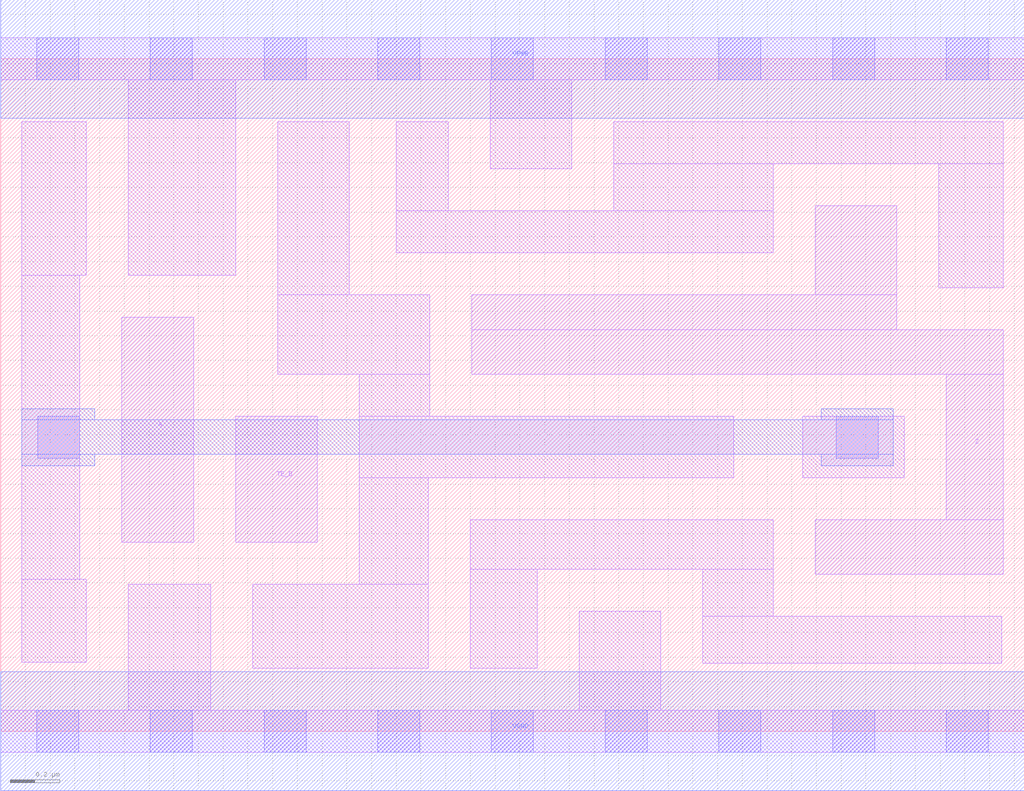
<source format=lef>
# Copyright 2020 The SkyWater PDK Authors
#
# Licensed under the Apache License, Version 2.0 (the "License");
# you may not use this file except in compliance with the License.
# You may obtain a copy of the License at
#
#     https://www.apache.org/licenses/LICENSE-2.0
#
# Unless required by applicable law or agreed to in writing, software
# distributed under the License is distributed on an "AS IS" BASIS,
# WITHOUT WARRANTIES OR CONDITIONS OF ANY KIND, either express or implied.
# See the License for the specific language governing permissions and
# limitations under the License.
#
# SPDX-License-Identifier: Apache-2.0

VERSION 5.7 ;
  NAMESCASESENSITIVE ON ;
  NOWIREEXTENSIONATPIN ON ;
  DIVIDERCHAR "/" ;
  BUSBITCHARS "[]" ;
UNITS
  DATABASE MICRONS 200 ;
END UNITS
MACRO sky130_fd_sc_hd__ebufn_2
  CLASS CORE ;
  SOURCE USER ;
  FOREIGN sky130_fd_sc_hd__ebufn_2 ;
  ORIGIN  0.000000  0.000000 ;
  SIZE  4.140000 BY  2.720000 ;
  SYMMETRY X Y R90 ;
  SITE unithd ;
  PIN A
    ANTENNAGATEAREA  0.159000 ;
    DIRECTION INPUT ;
    USE SIGNAL ;
    PORT
      LAYER li1 ;
        RECT 0.490000 0.765000 0.780000 1.675000 ;
    END
  END A
  PIN TE_B
    ANTENNAGATEAREA  0.441000 ;
    DIRECTION INPUT ;
    USE SIGNAL ;
    PORT
      LAYER li1 ;
        RECT 0.950000 0.765000 1.280000 1.275000 ;
    END
  END TE_B
  PIN Z
    ANTENNADIFFAREA  0.445500 ;
    DIRECTION OUTPUT ;
    USE SIGNAL ;
    PORT
      LAYER li1 ;
        RECT 1.905000 1.445000 4.055000 1.625000 ;
        RECT 1.905000 1.625000 3.625000 1.765000 ;
        RECT 3.295000 0.635000 4.055000 0.855000 ;
        RECT 3.295000 1.765000 3.625000 2.125000 ;
        RECT 3.825000 0.855000 4.055000 1.445000 ;
    END
  END Z
  PIN VGND
    DIRECTION INOUT ;
    SHAPE ABUTMENT ;
    USE GROUND ;
    PORT
      LAYER met1 ;
        RECT 0.000000 -0.240000 4.140000 0.240000 ;
    END
  END VGND
  PIN VPWR
    DIRECTION INOUT ;
    SHAPE ABUTMENT ;
    USE POWER ;
    PORT
      LAYER met1 ;
        RECT 0.000000 2.480000 4.140000 2.960000 ;
    END
  END VPWR
  OBS
    LAYER li1 ;
      RECT 0.000000 -0.085000 4.140000 0.085000 ;
      RECT 0.000000  2.635000 4.140000 2.805000 ;
      RECT 0.085000  0.280000 0.345000 0.615000 ;
      RECT 0.085000  0.615000 0.320000 1.845000 ;
      RECT 0.085000  1.845000 0.345000 2.465000 ;
      RECT 0.515000  0.085000 0.850000 0.595000 ;
      RECT 0.515000  1.845000 0.950000 2.635000 ;
      RECT 1.020000  0.255000 1.730000 0.595000 ;
      RECT 1.120000  1.445000 1.735000 1.765000 ;
      RECT 1.120000  1.765000 1.410000 2.465000 ;
      RECT 1.450000  0.595000 1.730000 1.025000 ;
      RECT 1.450000  1.025000 2.965000 1.275000 ;
      RECT 1.450000  1.275000 1.735000 1.445000 ;
      RECT 1.600000  1.935000 3.125000 2.105000 ;
      RECT 1.600000  2.105000 1.810000 2.465000 ;
      RECT 1.900000  0.255000 2.170000 0.655000 ;
      RECT 1.900000  0.655000 3.125000 0.855000 ;
      RECT 1.980000  2.275000 2.310000 2.635000 ;
      RECT 2.340000  0.085000 2.670000 0.485000 ;
      RECT 2.480000  2.105000 3.125000 2.295000 ;
      RECT 2.480000  2.295000 4.055000 2.465000 ;
      RECT 2.840000  0.275000 4.050000 0.465000 ;
      RECT 2.840000  0.465000 3.125000 0.655000 ;
      RECT 3.245000  1.025000 3.655000 1.275000 ;
      RECT 3.795000  1.795000 4.055000 2.295000 ;
    LAYER mcon ;
      RECT 0.145000 -0.085000 0.315000 0.085000 ;
      RECT 0.145000  2.635000 0.315000 2.805000 ;
      RECT 0.150000  1.105000 0.320000 1.275000 ;
      RECT 0.605000 -0.085000 0.775000 0.085000 ;
      RECT 0.605000  2.635000 0.775000 2.805000 ;
      RECT 1.065000 -0.085000 1.235000 0.085000 ;
      RECT 1.065000  2.635000 1.235000 2.805000 ;
      RECT 1.525000 -0.085000 1.695000 0.085000 ;
      RECT 1.525000  2.635000 1.695000 2.805000 ;
      RECT 1.985000 -0.085000 2.155000 0.085000 ;
      RECT 1.985000  2.635000 2.155000 2.805000 ;
      RECT 2.445000 -0.085000 2.615000 0.085000 ;
      RECT 2.445000  2.635000 2.615000 2.805000 ;
      RECT 2.905000 -0.085000 3.075000 0.085000 ;
      RECT 2.905000  2.635000 3.075000 2.805000 ;
      RECT 3.365000 -0.085000 3.535000 0.085000 ;
      RECT 3.365000  2.635000 3.535000 2.805000 ;
      RECT 3.380000  1.105000 3.550000 1.275000 ;
      RECT 3.825000 -0.085000 3.995000 0.085000 ;
      RECT 3.825000  2.635000 3.995000 2.805000 ;
    LAYER met1 ;
      RECT 0.085000 1.075000 0.380000 1.120000 ;
      RECT 0.085000 1.120000 3.610000 1.260000 ;
      RECT 0.085000 1.260000 0.380000 1.305000 ;
      RECT 3.320000 1.075000 3.610000 1.120000 ;
      RECT 3.320000 1.260000 3.610000 1.305000 ;
  END
END sky130_fd_sc_hd__ebufn_2
END LIBRARY

</source>
